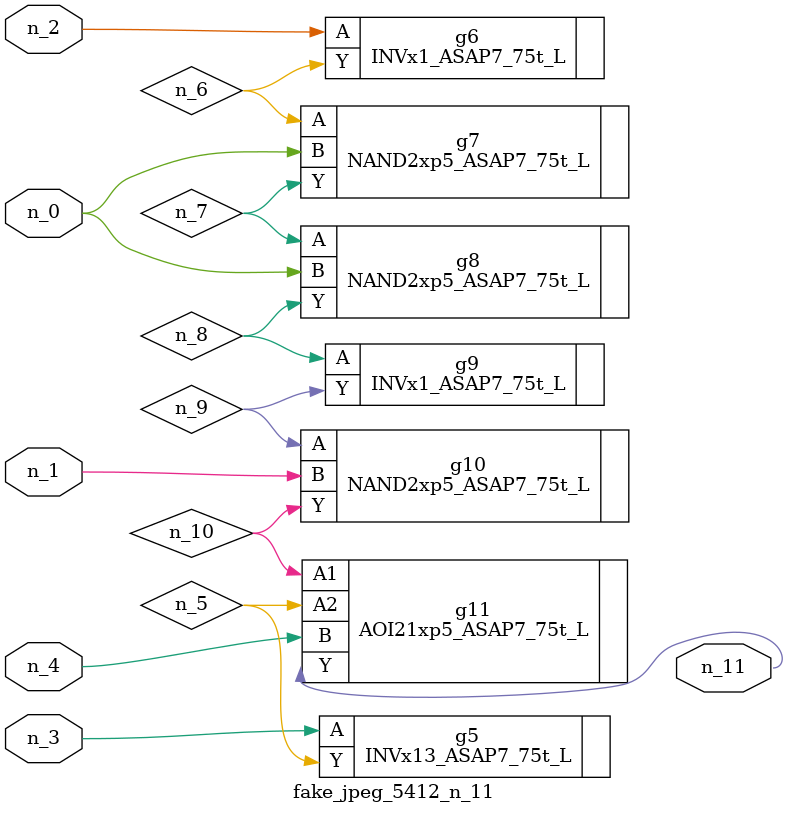
<source format=v>
module fake_jpeg_5412_n_11 (n_3, n_2, n_1, n_0, n_4, n_11);

input n_3;
input n_2;
input n_1;
input n_0;
input n_4;

output n_11;

wire n_10;
wire n_8;
wire n_9;
wire n_6;
wire n_5;
wire n_7;

INVx13_ASAP7_75t_L g5 ( 
.A(n_3),
.Y(n_5)
);

INVx1_ASAP7_75t_L g6 ( 
.A(n_2),
.Y(n_6)
);

NAND2xp5_ASAP7_75t_L g7 ( 
.A(n_6),
.B(n_0),
.Y(n_7)
);

NAND2xp5_ASAP7_75t_L g8 ( 
.A(n_7),
.B(n_0),
.Y(n_8)
);

INVx1_ASAP7_75t_L g9 ( 
.A(n_8),
.Y(n_9)
);

NAND2xp5_ASAP7_75t_L g10 ( 
.A(n_9),
.B(n_1),
.Y(n_10)
);

AOI21xp5_ASAP7_75t_L g11 ( 
.A1(n_10),
.A2(n_5),
.B(n_4),
.Y(n_11)
);


endmodule
</source>
